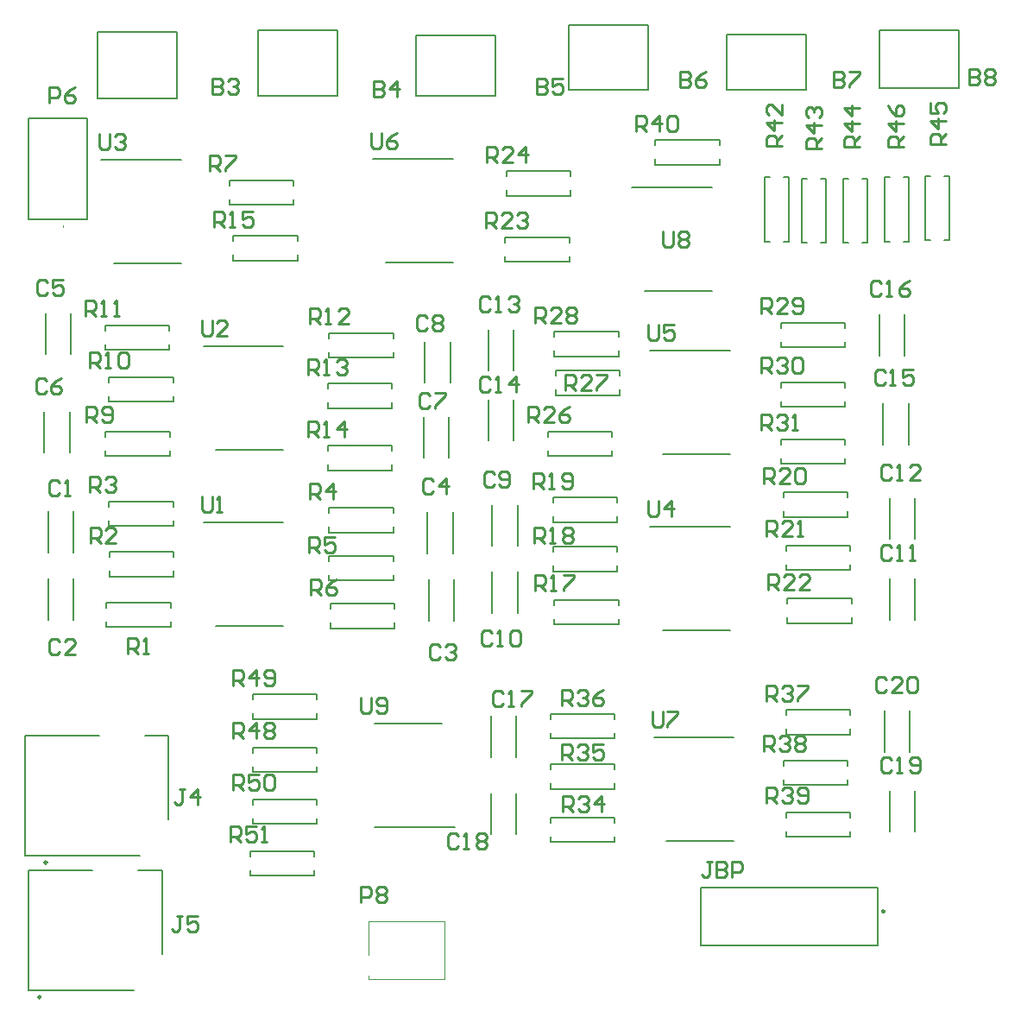
<source format=gbr>
G04*
G04 #@! TF.GenerationSoftware,Altium Limited,Altium Designer,23.8.1 (32)*
G04*
G04 Layer_Color=65535*
%FSLAX44Y44*%
%MOMM*%
G71*
G04*
G04 #@! TF.SameCoordinates,791A3C29-9ABF-4AEA-8B0B-0D467164B87E*
G04*
G04*
G04 #@! TF.FilePolarity,Positive*
G04*
G01*
G75*
%ADD10C,0.2500*%
%ADD11C,0.2000*%
%ADD12C,0.1000*%
%ADD13C,0.2540*%
D10*
X850651Y88131D02*
G03*
X850651Y88131I-1250J0D01*
G01*
X22706Y3918D02*
G03*
X22706Y3918I-1250J0D01*
G01*
X29056Y135998D02*
G03*
X29056Y135998I-1250J0D01*
G01*
D11*
X44951Y758841D02*
G03*
X44951Y759841I0J500D01*
G01*
D02*
G03*
X44951Y758841I0J-500D01*
G01*
D02*
G03*
X44951Y759841I0J500D01*
G01*
X525261Y421571D02*
X588261D01*
X525261Y445571D02*
X588261D01*
X525261Y440311D02*
Y445571D01*
X588261Y421571D02*
Y426831D01*
X525261Y421571D02*
Y426831D01*
X588261Y440311D02*
Y445571D01*
X602851Y798061D02*
X681201D01*
X615201Y696461D02*
X681201D01*
X526531Y656391D02*
X589531D01*
X526531Y632391D02*
X589531D01*
Y637651D01*
X526531Y651131D02*
Y656391D01*
X589531Y651131D02*
Y656391D01*
X526531Y632391D02*
Y637651D01*
X527801Y594291D02*
X590801D01*
X527801Y618291D02*
X590801D01*
X527801Y613031D02*
Y618291D01*
X590801Y594291D02*
Y599551D01*
X527801Y594291D02*
Y599551D01*
X590801Y613031D02*
Y618291D01*
X844151Y54131D02*
Y111631D01*
X670151D02*
X844151D01*
X670151Y54131D02*
Y111631D01*
Y54131D02*
X844151D01*
X118698Y127882D02*
X141979D01*
Y46240D02*
Y127882D01*
X10788Y10280D02*
Y127882D01*
Y10280D02*
X113841D01*
X10788Y127882D02*
X73841D01*
X522721Y257741D02*
Y263001D01*
X585721Y276481D02*
Y281741D01*
X522721Y276481D02*
Y281741D01*
X585721Y257741D02*
Y263001D01*
X522721Y257741D02*
X585721D01*
X522721Y281741D02*
X585721D01*
Y174881D02*
Y180141D01*
X522721Y156141D02*
Y161401D01*
X585721Y156141D02*
Y161401D01*
X522721Y174881D02*
Y180141D01*
X585721D01*
X522721Y156141D02*
X585721D01*
X489251Y163581D02*
Y203581D01*
X464251Y163581D02*
Y203581D01*
X875331Y244461D02*
Y284461D01*
X850331Y244461D02*
Y284461D01*
X880411Y166121D02*
Y206121D01*
X855411Y166121D02*
Y206121D01*
X753861Y285551D02*
X816861D01*
X753861Y261551D02*
X816861D01*
Y266811D01*
X753861Y280291D02*
Y285551D01*
X816861Y280291D02*
Y285551D01*
X753861Y261551D02*
Y266811D01*
X585721Y226951D02*
Y232211D01*
X522721Y208211D02*
Y213471D01*
X585721Y208211D02*
Y213471D01*
X522721Y226951D02*
Y232211D01*
X585721D01*
X522721Y208211D02*
X585721D01*
X624441Y258311D02*
X702791D01*
X636791Y156711D02*
X702791D01*
X751321Y236021D02*
X814321D01*
X751321Y212021D02*
X814321D01*
Y217281D01*
X751321Y230761D02*
Y236021D01*
X814321Y230761D02*
Y236021D01*
X751321Y212021D02*
Y217281D01*
X753861Y161221D02*
X816861D01*
X753861Y185221D02*
X816861D01*
X753861Y179961D02*
Y185221D01*
X816861Y161221D02*
Y166481D01*
X753861Y161221D02*
Y166481D01*
X816861Y179961D02*
Y185221D01*
X489251Y239381D02*
Y279381D01*
X464251Y239381D02*
Y279381D01*
X890201Y809241D02*
X895461D01*
X908941Y746241D02*
X914201D01*
X908941Y809241D02*
X914201D01*
X890201Y746241D02*
X895461D01*
X890201D02*
Y809241D01*
X914201Y746241D02*
Y809241D01*
X834191Y743701D02*
Y806701D01*
X810191Y743701D02*
Y806701D01*
Y743701D02*
X815451D01*
X828931Y806701D02*
X834191D01*
X828931Y743701D02*
X834191D01*
X810191Y806701D02*
X815451D01*
X793551Y743701D02*
Y806701D01*
X769551Y743701D02*
Y806701D01*
Y743701D02*
X774811D01*
X788291Y806701D02*
X793551D01*
X788291Y743701D02*
X793551D01*
X769551Y806701D02*
X774811D01*
X874831Y744971D02*
Y807971D01*
X850831Y744971D02*
Y807971D01*
Y744971D02*
X856091D01*
X869571Y807971D02*
X874831D01*
X869571Y744971D02*
X874831D01*
X850831Y807971D02*
X856091D01*
X845291Y895081D02*
Y951731D01*
X923331D01*
Y895081D02*
Y951731D01*
X845291Y895081D02*
X923331D01*
X756721Y744971D02*
Y807971D01*
X732721Y744971D02*
Y807971D01*
Y744971D02*
X737981D01*
X751461Y807971D02*
X756721D01*
X751461Y744971D02*
X756721D01*
X732721Y807971D02*
X737981D01*
X748781Y606861D02*
X811781D01*
X748781Y582861D02*
X811781D01*
Y588121D01*
X748781Y601601D02*
Y606861D01*
X811781Y601601D02*
Y606861D01*
X748781Y582861D02*
Y588121D01*
X520181Y534601D02*
X583181D01*
X520181Y558601D02*
X583181D01*
X520181Y553341D02*
Y558601D01*
X583181Y534601D02*
Y539861D01*
X520181Y534601D02*
Y539861D01*
X583181Y553341D02*
Y558601D01*
X880411Y374001D02*
Y414001D01*
X855411Y374001D02*
Y414001D01*
X880411Y453141D02*
Y493141D01*
X855411Y453141D02*
Y493141D01*
X620631Y465321D02*
X698981D01*
X632981Y363721D02*
X698981D01*
X7740Y259962D02*
X80191D01*
X7740Y142360D02*
X120191D01*
X7740D02*
Y259962D01*
X148329Y178320D02*
Y259962D01*
X125048D02*
X148329D01*
X305551Y483671D02*
X368551D01*
X305551Y459671D02*
X368551D01*
Y464931D01*
X305551Y478411D02*
Y483671D01*
X368551Y478411D02*
Y483671D01*
X305551Y459671D02*
Y464931D01*
X78211Y884921D02*
Y950461D01*
X156251D01*
Y884921D02*
Y950461D01*
X78211Y884921D02*
X156251D01*
X235691Y887461D02*
X313731D01*
Y951731D01*
X235691D02*
X313731D01*
X235691Y887461D02*
Y951731D01*
X54911Y440041D02*
Y480041D01*
X29911Y440041D02*
Y480041D01*
X54911Y374001D02*
Y414001D01*
X29911Y374001D02*
Y414001D01*
X403291Y373131D02*
Y413131D01*
X428291Y373131D02*
Y413131D01*
X402021Y439171D02*
Y479171D01*
X427021Y439171D02*
Y479171D01*
X52371Y634351D02*
Y674351D01*
X27371Y634351D02*
Y674351D01*
X51101Y537831D02*
Y577831D01*
X26101Y537831D02*
Y577831D01*
X423211Y532751D02*
Y572751D01*
X398211Y532751D02*
Y572751D01*
X424481Y606411D02*
Y646411D01*
X399481Y606411D02*
Y646411D01*
X490521Y446391D02*
Y486391D01*
X465521Y446391D02*
Y486391D01*
X490521Y380751D02*
Y420751D01*
X465521Y380751D02*
Y420751D01*
X486711Y618241D02*
Y658241D01*
X461711Y618241D02*
Y658241D01*
Y549661D02*
Y589661D01*
X486711Y549661D02*
Y589661D01*
X849061Y545851D02*
Y585851D01*
X874061Y545851D02*
Y585851D01*
X845251Y633081D02*
Y673081D01*
X870251Y633081D02*
Y673081D01*
X10951Y766341D02*
X68451D01*
X10951D02*
Y865341D01*
X68451D01*
Y766341D02*
Y865341D01*
X150111Y385701D02*
Y390961D01*
X87111Y366961D02*
Y372221D01*
X150111Y366961D02*
Y372221D01*
X87111Y385701D02*
Y390961D01*
X150111D01*
X87111Y366961D02*
X150111D01*
X153201Y435231D02*
Y440491D01*
X90201Y416491D02*
Y421751D01*
X153201Y416491D02*
Y421751D01*
X90201Y435231D02*
Y440491D01*
X153201D01*
X90201Y416491D02*
X153201D01*
X89651Y466021D02*
Y471281D01*
X152651Y484761D02*
Y490021D01*
X89651Y484761D02*
Y490021D01*
X152651Y466021D02*
Y471281D01*
X89651Y466021D02*
X152651D01*
X89651Y490021D02*
X152651D01*
X305551Y412681D02*
Y417941D01*
X368551Y431421D02*
Y436681D01*
X305551Y431421D02*
Y436681D01*
X368551Y412681D02*
Y417941D01*
X305551Y412681D02*
X368551D01*
X305551Y436681D02*
X368551D01*
X306821Y365691D02*
Y370951D01*
X369821Y384431D02*
Y389691D01*
X306821Y384431D02*
Y389691D01*
X369821Y365691D02*
Y370951D01*
X306821Y365691D02*
X369821D01*
X306821Y389691D02*
X369821D01*
X270761Y799721D02*
Y804981D01*
X207761Y780981D02*
Y786241D01*
X270761Y780981D02*
Y786241D01*
X207761Y799721D02*
Y804981D01*
X270761D01*
X207761Y780981D02*
X270761D01*
X149561Y553341D02*
Y558601D01*
X86561Y534601D02*
Y539861D01*
X149561Y534601D02*
Y539861D01*
X86561Y553341D02*
Y558601D01*
X149561D01*
X86561Y534601D02*
X149561D01*
X152651Y606681D02*
Y611941D01*
X89651Y587941D02*
Y593201D01*
X152651Y587941D02*
Y593201D01*
X89651Y606681D02*
Y611941D01*
X152651D01*
X89651Y587941D02*
X152651D01*
X85841Y638741D02*
Y644001D01*
X148841Y657481D02*
Y662741D01*
X85841Y657481D02*
Y662741D01*
X148841Y638741D02*
Y644001D01*
X85841Y638741D02*
X148841D01*
X85841Y662741D02*
X148841D01*
X305551Y631121D02*
Y636381D01*
X368551Y649861D02*
Y655121D01*
X305551Y649861D02*
Y655121D01*
X368551Y631121D02*
Y636381D01*
X305551Y631121D02*
X368551D01*
X305551Y655121D02*
X368551D01*
X304281Y581591D02*
Y586851D01*
X367281Y600331D02*
Y605591D01*
X304281Y600331D02*
Y605591D01*
X367281Y581591D02*
Y586851D01*
X304281Y581591D02*
X367281D01*
X304281Y605591D02*
X367281D01*
X304281Y520631D02*
Y525891D01*
X367281Y539371D02*
Y544631D01*
X304281Y539371D02*
Y544631D01*
X367281Y520631D02*
Y525891D01*
X304281Y520631D02*
X367281D01*
X304281Y544631D02*
X367281D01*
X274571Y745111D02*
Y750371D01*
X211571Y726371D02*
Y731631D01*
X274571Y726371D02*
Y731631D01*
X211571Y745111D02*
Y750371D01*
X274571D01*
X211571Y726371D02*
X274571D01*
X589531Y388241D02*
Y393501D01*
X526531Y369501D02*
Y374761D01*
X589531Y369501D02*
Y374761D01*
X526531Y388241D02*
Y393501D01*
X589531D01*
X526531Y369501D02*
X589531D01*
X525261Y469831D02*
Y475091D01*
X588261Y488571D02*
Y493831D01*
X525261Y488571D02*
Y493831D01*
X588261Y469831D02*
Y475091D01*
X525261Y469831D02*
X588261D01*
X525261Y493831D02*
X588261D01*
X751321Y474911D02*
Y480171D01*
X814321Y493651D02*
Y498911D01*
X751321Y493651D02*
Y498911D01*
X814321Y474911D02*
Y480171D01*
X751321Y474911D02*
X814321D01*
X751321Y498911D02*
X814321D01*
X753861Y422841D02*
Y428101D01*
X816861Y441581D02*
Y446841D01*
X753861Y441581D02*
Y446841D01*
X816861Y422841D02*
Y428101D01*
X753861Y422841D02*
X816861D01*
X753861Y446841D02*
X816861D01*
X818131Y389511D02*
Y394771D01*
X755131Y370771D02*
Y376031D01*
X818131Y370771D02*
Y376031D01*
X755131Y389511D02*
Y394771D01*
X818131D01*
X755131Y370771D02*
X818131D01*
X748781Y641281D02*
Y646541D01*
X811781Y660021D02*
Y665281D01*
X748781Y660021D02*
Y665281D01*
X811781Y641281D02*
Y646541D01*
X748781Y641281D02*
X811781D01*
X748781Y665281D02*
X811781D01*
Y545721D02*
Y550981D01*
X748781Y526981D02*
Y532241D01*
X811781Y526981D02*
Y532241D01*
X748781Y545721D02*
Y550981D01*
X811781D01*
X748781Y526981D02*
X811781D01*
X230621Y248721D02*
X293621D01*
X230621Y224721D02*
X293621D01*
Y229981D01*
X230621Y243461D02*
Y248721D01*
X293621Y243461D02*
Y248721D01*
X230621Y224721D02*
Y229981D01*
Y276791D02*
X293621D01*
X230621Y300791D02*
X293621D01*
X230621Y295531D02*
Y300791D01*
X293621Y276791D02*
Y282051D01*
X230621Y276791D02*
Y282051D01*
X293621Y295531D02*
Y300791D01*
X230621Y197921D02*
X293621D01*
X230621Y173921D02*
X293621D01*
Y179181D01*
X230621Y192661D02*
Y197921D01*
X293621Y192661D02*
Y197921D01*
X230621Y173921D02*
Y179181D01*
X228081Y147121D02*
X291081D01*
X228081Y123121D02*
X291081D01*
Y128381D01*
X228081Y141861D02*
Y147121D01*
X291081Y141861D02*
Y147121D01*
X228081Y123121D02*
Y128381D01*
X194831Y367531D02*
X260831D01*
X182481Y469131D02*
X260831D01*
X194831Y540251D02*
X260831D01*
X182481Y641851D02*
X260831D01*
X94501Y723131D02*
X160501D01*
X82151Y824731D02*
X160501D01*
X632981Y536441D02*
X698981D01*
X620631Y638041D02*
X698981D01*
X350711Y170681D02*
X429061D01*
X350711Y272281D02*
X416711D01*
X390631Y887561D02*
Y946751D01*
X468671D01*
Y887561D02*
Y946751D01*
X390631Y887561D02*
X468671D01*
X540491Y893911D02*
X618531D01*
Y956911D01*
X540491D02*
X618531D01*
X540491Y893911D02*
Y956911D01*
X695431Y893911D02*
Y948021D01*
X773471D01*
Y893911D02*
Y948021D01*
X695431Y893911D02*
X773471D01*
X478271Y725101D02*
X541271D01*
X478271Y749101D02*
X541271D01*
X478271Y743841D02*
Y749101D01*
X541271Y725101D02*
Y730361D01*
X478271Y725101D02*
Y730361D01*
X541271Y743841D02*
Y749101D01*
X479541Y789871D02*
X542541D01*
X479541Y813871D02*
X542541D01*
X479541Y808611D02*
Y813871D01*
X542541Y789871D02*
Y795131D01*
X479541Y789871D02*
Y795131D01*
X542541Y808611D02*
Y813871D01*
X688591Y839091D02*
Y844351D01*
X625591Y820351D02*
Y825611D01*
X688591Y820351D02*
Y825611D01*
X625591Y839091D02*
Y844351D01*
X688591D01*
X625591Y820351D02*
X688591D01*
X348851Y826001D02*
X427201D01*
X361201Y724401D02*
X427201D01*
D12*
X344701Y21111D02*
Y25111D01*
Y21111D02*
Y25111D01*
Y21111D02*
X418701D01*
X344701D02*
X418701D01*
Y78611D01*
Y21111D02*
Y78611D01*
X344701D02*
X418701D01*
X344701D02*
X418701D01*
X344701Y45111D02*
Y78611D01*
Y45111D02*
Y78611D01*
D13*
X507237Y448813D02*
Y464049D01*
X514855D01*
X517394Y461509D01*
Y456431D01*
X514855Y453892D01*
X507237D01*
X512315D02*
X517394Y448813D01*
X522472D02*
X527551D01*
X525011D01*
Y464049D01*
X522472Y461509D01*
X535168D02*
X537707Y464049D01*
X542786D01*
X545325Y461509D01*
Y458970D01*
X542786Y456431D01*
X545325Y453892D01*
Y451353D01*
X542786Y448813D01*
X537707D01*
X535168Y451353D01*
Y453892D01*
X537707Y456431D01*
X535168Y458970D01*
Y461509D01*
X537707Y456431D02*
X542786D01*
X632965Y754878D02*
Y742183D01*
X635504Y739643D01*
X640583D01*
X643122Y742183D01*
Y754878D01*
X648200Y752339D02*
X650739Y754878D01*
X655818D01*
X658357Y752339D01*
Y749800D01*
X655818Y747261D01*
X658357Y744722D01*
Y742183D01*
X655818Y739643D01*
X650739D01*
X648200Y742183D01*
Y744722D01*
X650739Y747261D01*
X648200Y749800D01*
Y752339D01*
X650739Y747261D02*
X655818D01*
X507485Y665219D02*
Y680454D01*
X515103D01*
X517642Y677915D01*
Y672837D01*
X515103Y670297D01*
X507485D01*
X512563D02*
X517642Y665219D01*
X532877D02*
X522720D01*
X532877Y675376D01*
Y677915D01*
X530337Y680454D01*
X525259D01*
X522720Y677915D01*
X537955D02*
X540494Y680454D01*
X545573D01*
X548112Y677915D01*
Y675376D01*
X545573Y672837D01*
X548112Y670297D01*
Y667758D01*
X545573Y665219D01*
X540494D01*
X537955Y667758D01*
Y670297D01*
X540494Y672837D01*
X537955Y675376D01*
Y677915D01*
X540494Y672837D02*
X545573D01*
X537718Y598673D02*
Y613909D01*
X545335D01*
X547874Y611369D01*
Y606291D01*
X545335Y603752D01*
X537718D01*
X542796D02*
X547874Y598673D01*
X563109D02*
X552953D01*
X563109Y608830D01*
Y611369D01*
X560570Y613909D01*
X555492D01*
X552953Y611369D01*
X568188Y613909D02*
X578344D01*
Y611369D01*
X568188Y601213D01*
Y598673D01*
X680964Y136386D02*
X675885D01*
X678425D01*
Y123690D01*
X675885Y121151D01*
X673346D01*
X670807Y123690D01*
X686042Y136386D02*
Y121151D01*
X693660D01*
X696199Y123690D01*
Y126229D01*
X693660Y128769D01*
X686042D01*
X693660D01*
X696199Y131308D01*
Y133847D01*
X693660Y136386D01*
X686042D01*
X701277Y121151D02*
Y136386D01*
X708895D01*
X711434Y133847D01*
Y128769D01*
X708895Y126229D01*
X701277D01*
X161792Y83048D02*
X156713D01*
X159253D01*
Y70353D01*
X156713Y67813D01*
X154174D01*
X151635Y70353D01*
X177027Y83048D02*
X166870D01*
Y75431D01*
X171949Y77970D01*
X174488D01*
X177027Y75431D01*
Y70353D01*
X174488Y67813D01*
X169409D01*
X166870Y70353D01*
X533908Y290063D02*
Y305299D01*
X541525D01*
X544064Y302759D01*
Y297681D01*
X541525Y295142D01*
X533908D01*
X538986D02*
X544064Y290063D01*
X549143Y302759D02*
X551682Y305299D01*
X556760D01*
X559299Y302759D01*
Y300220D01*
X556760Y297681D01*
X554221D01*
X556760D01*
X559299Y295142D01*
Y292603D01*
X556760Y290063D01*
X551682D01*
X549143Y292603D01*
X574534Y305299D02*
X569456Y302759D01*
X564378Y297681D01*
Y292603D01*
X566917Y290063D01*
X571995D01*
X574534Y292603D01*
Y295142D01*
X571995Y297681D01*
X564378D01*
X535177Y185923D02*
Y201159D01*
X542795D01*
X545334Y198619D01*
Y193541D01*
X542795Y191002D01*
X535177D01*
X540256D02*
X545334Y185923D01*
X550413Y198619D02*
X552952Y201159D01*
X558030D01*
X560569Y198619D01*
Y196080D01*
X558030Y193541D01*
X555491D01*
X558030D01*
X560569Y191002D01*
Y188463D01*
X558030Y185923D01*
X552952D01*
X550413Y188463D01*
X573265Y185923D02*
Y201159D01*
X565648Y193541D01*
X575804D01*
X432304Y161789D02*
X429765Y164328D01*
X424686D01*
X422147Y161789D01*
Y151633D01*
X424686Y149093D01*
X429765D01*
X432304Y151633D01*
X437382Y149093D02*
X442461D01*
X439921D01*
Y164328D01*
X437382Y161789D01*
X450078D02*
X452617Y164328D01*
X457696D01*
X460235Y161789D01*
Y159250D01*
X457696Y156711D01*
X460235Y154172D01*
Y151633D01*
X457696Y149093D01*
X452617D01*
X450078Y151633D01*
Y154172D01*
X452617Y156711D01*
X450078Y159250D01*
Y161789D01*
X452617Y156711D02*
X457696D01*
X852414Y315203D02*
X849874Y317742D01*
X844796D01*
X842257Y315203D01*
Y305046D01*
X844796Y302507D01*
X849874D01*
X852414Y305046D01*
X867649Y302507D02*
X857492D01*
X867649Y312664D01*
Y315203D01*
X865109Y317742D01*
X860031D01*
X857492Y315203D01*
X872727D02*
X875266Y317742D01*
X880345D01*
X882884Y315203D01*
Y305046D01*
X880345Y302507D01*
X875266D01*
X872727Y305046D01*
Y315203D01*
X857494Y236971D02*
X854955Y239510D01*
X849876D01*
X847337Y236971D01*
Y226814D01*
X849876Y224275D01*
X854955D01*
X857494Y226814D01*
X862572Y224275D02*
X867650D01*
X865111D01*
Y239510D01*
X862572Y236971D01*
X875268Y226814D02*
X877807Y224275D01*
X882885D01*
X885425Y226814D01*
Y236971D01*
X882885Y239510D01*
X877807D01*
X875268Y236971D01*
Y234432D01*
X877807Y231893D01*
X885425D01*
X734815Y294379D02*
Y309614D01*
X742432D01*
X744972Y307075D01*
Y301996D01*
X742432Y299457D01*
X734815D01*
X739893D02*
X744972Y294379D01*
X750050Y307075D02*
X752589Y309614D01*
X757667D01*
X760207Y307075D01*
Y304536D01*
X757667Y301996D01*
X755128D01*
X757667D01*
X760207Y299457D01*
Y296918D01*
X757667Y294379D01*
X752589D01*
X750050Y296918D01*
X765285Y309614D02*
X775442D01*
Y307075D01*
X765285Y296918D01*
Y294379D01*
X533908Y236723D02*
Y251959D01*
X541525D01*
X544064Y249419D01*
Y244341D01*
X541525Y241802D01*
X533908D01*
X538986D02*
X544064Y236723D01*
X549143Y249419D02*
X551682Y251959D01*
X556760D01*
X559299Y249419D01*
Y246880D01*
X556760Y244341D01*
X554221D01*
X556760D01*
X559299Y241802D01*
Y239263D01*
X556760Y236723D01*
X551682D01*
X549143Y239263D01*
X574534Y251959D02*
X564378D01*
Y244341D01*
X569456Y246880D01*
X571995D01*
X574534Y244341D01*
Y239263D01*
X571995Y236723D01*
X566917D01*
X564378Y239263D01*
X622547Y283960D02*
Y271264D01*
X625086Y268725D01*
X630164D01*
X632704Y271264D01*
Y283960D01*
X637782D02*
X647939D01*
Y281421D01*
X637782Y271264D01*
Y268725D01*
X732275Y244849D02*
Y260084D01*
X739893D01*
X742432Y257545D01*
Y252467D01*
X739893Y249927D01*
X732275D01*
X737353D02*
X742432Y244849D01*
X747510Y257545D02*
X750049Y260084D01*
X755127D01*
X757667Y257545D01*
Y255006D01*
X755127Y252467D01*
X752588D01*
X755127D01*
X757667Y249927D01*
Y247388D01*
X755127Y244849D01*
X750049D01*
X747510Y247388D01*
X762745Y257545D02*
X765284Y260084D01*
X770363D01*
X772902Y257545D01*
Y255006D01*
X770363Y252467D01*
X772902Y249927D01*
Y247388D01*
X770363Y244849D01*
X765284D01*
X762745Y247388D01*
Y249927D01*
X765284Y252467D01*
X762745Y255006D01*
Y257545D01*
X765284Y252467D02*
X770363D01*
X734815Y194049D02*
Y209284D01*
X742432D01*
X744972Y206745D01*
Y201667D01*
X742432Y199127D01*
X734815D01*
X739893D02*
X744972Y194049D01*
X750050Y206745D02*
X752589Y209284D01*
X757667D01*
X760207Y206745D01*
Y204206D01*
X757667Y201667D01*
X755128D01*
X757667D01*
X760207Y199127D01*
Y196588D01*
X757667Y194049D01*
X752589D01*
X750050Y196588D01*
X765285D02*
X767824Y194049D01*
X772903D01*
X775442Y196588D01*
Y206745D01*
X772903Y209284D01*
X767824D01*
X765285Y206745D01*
Y204206D01*
X767824Y201667D01*
X775442D01*
X476754Y301489D02*
X474215Y304028D01*
X469136D01*
X466597Y301489D01*
Y291333D01*
X469136Y288793D01*
X474215D01*
X476754Y291333D01*
X481832Y288793D02*
X486911D01*
X484371D01*
Y304028D01*
X481832Y301489D01*
X494528Y304028D02*
X504685D01*
Y301489D01*
X494528Y291333D01*
Y288793D01*
X911088Y839977D02*
X895853D01*
Y847595D01*
X898393Y850134D01*
X903471D01*
X906010Y847595D01*
Y839977D01*
Y845056D02*
X911088Y850134D01*
Y862830D02*
X895853D01*
X903471Y855213D01*
Y865369D01*
X895853Y880604D02*
Y870448D01*
X903471D01*
X900932Y875526D01*
Y878065D01*
X903471Y880604D01*
X908549D01*
X911088Y878065D01*
Y872987D01*
X908549Y870448D01*
X825998Y837438D02*
X810763D01*
Y845055D01*
X813303Y847594D01*
X818381D01*
X820920Y845055D01*
Y837438D01*
Y842516D02*
X825998Y847594D01*
Y860290D02*
X810763D01*
X818381Y852673D01*
Y862829D01*
X825998Y875525D02*
X810763D01*
X818381Y867908D01*
Y878064D01*
X789168Y836168D02*
X773933D01*
Y843785D01*
X776473Y846324D01*
X781551D01*
X784090Y843785D01*
Y836168D01*
Y841246D02*
X789168Y846324D01*
Y859020D02*
X773933D01*
X781551Y851403D01*
Y861559D01*
X776473Y866638D02*
X773933Y869177D01*
Y874255D01*
X776473Y876794D01*
X779012D01*
X781551Y874255D01*
Y871716D01*
Y874255D01*
X784090Y876794D01*
X786629D01*
X789168Y874255D01*
Y869177D01*
X786629Y866638D01*
X869178Y837438D02*
X853943D01*
Y845055D01*
X856483Y847594D01*
X861561D01*
X864100Y845055D01*
Y837438D01*
Y842516D02*
X869178Y847594D01*
Y860290D02*
X853943D01*
X861561Y852673D01*
Y862829D01*
X853943Y878064D02*
X856483Y872986D01*
X861561Y867908D01*
X866639D01*
X869178Y870447D01*
Y875525D01*
X866639Y878064D01*
X864100D01*
X861561Y875525D01*
Y867908D01*
X933955Y913628D02*
Y898393D01*
X941573D01*
X944112Y900933D01*
Y903472D01*
X941573Y906011D01*
X933955D01*
X941573D01*
X944112Y908550D01*
Y911089D01*
X941573Y913628D01*
X933955D01*
X949190Y911089D02*
X951729Y913628D01*
X956808D01*
X959347Y911089D01*
Y908550D01*
X956808Y906011D01*
X959347Y903472D01*
Y900933D01*
X956808Y898393D01*
X951729D01*
X949190Y900933D01*
Y903472D01*
X951729Y906011D01*
X949190Y908550D01*
Y911089D01*
X951729Y906011D02*
X956808D01*
X749798Y838708D02*
X734563D01*
Y846325D01*
X737103Y848864D01*
X742181D01*
X744720Y846325D01*
Y838708D01*
Y843786D02*
X749798Y848864D01*
Y861560D02*
X734563D01*
X742181Y853943D01*
Y864099D01*
X749798Y879334D02*
Y869178D01*
X739642Y879334D01*
X737103D01*
X734563Y876795D01*
Y871717D01*
X737103Y869178D01*
X729735Y615689D02*
Y630924D01*
X737353D01*
X739892Y628385D01*
Y623307D01*
X737353Y620767D01*
X729735D01*
X734813D02*
X739892Y615689D01*
X744970Y628385D02*
X747509Y630924D01*
X752588D01*
X755127Y628385D01*
Y625846D01*
X752588Y623307D01*
X750048D01*
X752588D01*
X755127Y620767D01*
Y618228D01*
X752588Y615689D01*
X747509D01*
X744970Y618228D01*
X760205Y628385D02*
X762744Y630924D01*
X767823D01*
X770362Y628385D01*
Y618228D01*
X767823Y615689D01*
X762744D01*
X760205Y618228D01*
Y628385D01*
X501135Y567429D02*
Y582664D01*
X508753D01*
X511292Y580125D01*
Y575047D01*
X508753Y572507D01*
X501135D01*
X506213D02*
X511292Y567429D01*
X526527D02*
X516370D01*
X526527Y577586D01*
Y580125D01*
X523988Y582664D01*
X518909D01*
X516370Y580125D01*
X541762Y582664D02*
X536683Y580125D01*
X531605Y575047D01*
Y569968D01*
X534144Y567429D01*
X539223D01*
X541762Y569968D01*
Y572507D01*
X539223Y575047D01*
X531605D01*
X857494Y444743D02*
X854955Y447282D01*
X849876D01*
X847337Y444743D01*
Y434586D01*
X849876Y432047D01*
X854955D01*
X857494Y434586D01*
X862572Y432047D02*
X867650D01*
X865111D01*
Y447282D01*
X862572Y444743D01*
X875268Y432047D02*
X880346D01*
X877807D01*
Y447282D01*
X875268Y444743D01*
X857494Y523991D02*
X854955Y526530D01*
X849876D01*
X847337Y523991D01*
Y513834D01*
X849876Y511295D01*
X854955D01*
X857494Y513834D01*
X862572Y511295D02*
X867650D01*
X865111D01*
Y526530D01*
X862572Y523991D01*
X885425Y511295D02*
X875268D01*
X885425Y521452D01*
Y523991D01*
X882885Y526530D01*
X877807D01*
X875268Y523991D01*
X618737Y490970D02*
Y478274D01*
X621276Y475735D01*
X626354D01*
X628894Y478274D01*
Y490970D01*
X641590Y475735D02*
Y490970D01*
X633972Y483353D01*
X644129D01*
X164332Y207509D02*
X159253D01*
X161793D01*
Y194813D01*
X159253Y192273D01*
X156714D01*
X154175Y194813D01*
X177028Y192273D02*
Y207509D01*
X169410Y199891D01*
X179567D01*
X286505Y492499D02*
Y507734D01*
X294123D01*
X296662Y505195D01*
Y500117D01*
X294123Y497577D01*
X286505D01*
X291583D02*
X296662Y492499D01*
X309357D02*
Y507734D01*
X301740Y500117D01*
X311897D01*
X336797Y96767D02*
Y112002D01*
X344414D01*
X346954Y109463D01*
Y104384D01*
X344414Y101845D01*
X336797D01*
X352032Y109463D02*
X354571Y112002D01*
X359650D01*
X362189Y109463D01*
Y106924D01*
X359650Y104384D01*
X362189Y101845D01*
Y99306D01*
X359650Y96767D01*
X354571D01*
X352032Y99306D01*
Y101845D01*
X354571Y104384D01*
X352032Y106924D01*
Y109463D01*
X354571Y104384D02*
X359650D01*
X346957Y851650D02*
Y838954D01*
X349496Y836415D01*
X354575D01*
X357114Y838954D01*
Y851650D01*
X372349D02*
X367270Y849111D01*
X362192Y844033D01*
Y838954D01*
X364731Y836415D01*
X369809D01*
X372349Y838954D01*
Y841493D01*
X369809Y844033D01*
X362192D01*
X606545Y853179D02*
Y868414D01*
X614162D01*
X616702Y865875D01*
Y860797D01*
X614162Y858257D01*
X606545D01*
X611623D02*
X616702Y853179D01*
X629398D02*
Y868414D01*
X621780Y860797D01*
X631937D01*
X637015Y865875D02*
X639554Y868414D01*
X644633D01*
X647172Y865875D01*
Y855718D01*
X644633Y853179D01*
X639554D01*
X637015Y855718D01*
Y865875D01*
X460495Y822699D02*
Y837934D01*
X468112D01*
X470652Y835395D01*
Y830316D01*
X468112Y827777D01*
X460495D01*
X465573D02*
X470652Y822699D01*
X485887D02*
X475730D01*
X485887Y832856D01*
Y835395D01*
X483348Y837934D01*
X478269D01*
X475730Y835395D01*
X498583Y822699D02*
Y837934D01*
X490965Y830316D01*
X501122D01*
X459225Y757929D02*
Y773164D01*
X466842D01*
X469382Y770625D01*
Y765546D01*
X466842Y763007D01*
X459225D01*
X464303D02*
X469382Y757929D01*
X484617D02*
X474460D01*
X484617Y768086D01*
Y770625D01*
X482077Y773164D01*
X476999D01*
X474460Y770625D01*
X489695D02*
X492234Y773164D01*
X497313D01*
X499852Y770625D01*
Y768086D01*
X497313Y765546D01*
X494773D01*
X497313D01*
X499852Y763007D01*
Y760468D01*
X497313Y757929D01*
X492234D01*
X489695Y760468D01*
X800605Y911088D02*
Y895853D01*
X808223D01*
X810762Y898393D01*
Y900932D01*
X808223Y903471D01*
X800605D01*
X808223D01*
X810762Y906010D01*
Y908549D01*
X808223Y911088D01*
X800605D01*
X815840D02*
X825997D01*
Y908549D01*
X815840Y898393D01*
Y895853D01*
X650185Y911189D02*
Y895953D01*
X657803D01*
X660342Y898493D01*
Y901032D01*
X657803Y903571D01*
X650185D01*
X657803D01*
X660342Y906110D01*
Y908649D01*
X657803Y911189D01*
X650185D01*
X675577D02*
X670499Y908649D01*
X665420Y903571D01*
Y898493D01*
X667959Y895953D01*
X673038D01*
X675577Y898493D01*
Y901032D01*
X673038Y903571D01*
X665420D01*
X509775Y904838D02*
Y889603D01*
X517393D01*
X519932Y892143D01*
Y894682D01*
X517393Y897221D01*
X509775D01*
X517393D01*
X519932Y899760D01*
Y902299D01*
X517393Y904838D01*
X509775D01*
X535167D02*
X525010D01*
Y897221D01*
X530089Y899760D01*
X532628D01*
X535167Y897221D01*
Y892143D01*
X532628Y889603D01*
X527549D01*
X525010Y892143D01*
X336543Y297930D02*
Y285234D01*
X339082Y282695D01*
X344160D01*
X346700Y285234D01*
Y297930D01*
X351778Y285234D02*
X354317Y282695D01*
X359395D01*
X361935Y285234D01*
Y295391D01*
X359395Y297930D01*
X354317D01*
X351778Y295391D01*
Y292852D01*
X354317Y290312D01*
X361935D01*
X618737Y663690D02*
Y650994D01*
X621276Y648455D01*
X626354D01*
X628894Y650994D01*
Y663690D01*
X644129D02*
X633972D01*
Y656072D01*
X639050Y658612D01*
X641590D01*
X644129Y656072D01*
Y650994D01*
X641590Y648455D01*
X636511D01*
X633972Y650994D01*
X80257Y850380D02*
Y837684D01*
X82796Y835145D01*
X87874D01*
X90414Y837684D01*
Y850380D01*
X95492Y847841D02*
X98031Y850380D01*
X103110D01*
X105649Y847841D01*
Y845302D01*
X103110Y842763D01*
X100570D01*
X103110D01*
X105649Y840223D01*
Y837684D01*
X103110Y835145D01*
X98031D01*
X95492Y837684D01*
X180587Y667500D02*
Y654804D01*
X183126Y652265D01*
X188204D01*
X190744Y654804D01*
Y667500D01*
X205979Y652265D02*
X195822D01*
X205979Y662422D01*
Y664961D01*
X203440Y667500D01*
X198361D01*
X195822Y664961D01*
X180587Y494780D02*
Y482084D01*
X183126Y479545D01*
X188204D01*
X190744Y482084D01*
Y494780D01*
X195822Y479545D02*
X200900D01*
X198361D01*
Y494780D01*
X195822Y492241D01*
X209035Y155949D02*
Y171184D01*
X216653D01*
X219192Y168645D01*
Y163566D01*
X216653Y161027D01*
X209035D01*
X214113D02*
X219192Y155949D01*
X234427Y171184D02*
X224270D01*
Y163566D01*
X229348Y166106D01*
X231887D01*
X234427Y163566D01*
Y158488D01*
X231887Y155949D01*
X226809D01*
X224270Y158488D01*
X239505Y155949D02*
X244583D01*
X242044D01*
Y171184D01*
X239505Y168645D01*
X211575Y206749D02*
Y221984D01*
X219193D01*
X221732Y219445D01*
Y214366D01*
X219193Y211827D01*
X211575D01*
X216653D02*
X221732Y206749D01*
X236967Y221984D02*
X226810D01*
Y214366D01*
X231888Y216906D01*
X234428D01*
X236967Y214366D01*
Y209288D01*
X234428Y206749D01*
X229349D01*
X226810Y209288D01*
X242045Y219445D02*
X244584Y221984D01*
X249663D01*
X252202Y219445D01*
Y209288D01*
X249663Y206749D01*
X244584D01*
X242045Y209288D01*
Y219445D01*
X211575Y309619D02*
Y324854D01*
X219193D01*
X221732Y322315D01*
Y317236D01*
X219193Y314697D01*
X211575D01*
X216653D02*
X221732Y309619D01*
X234428D02*
Y324854D01*
X226810Y317236D01*
X236967D01*
X242045Y312158D02*
X244584Y309619D01*
X249663D01*
X252202Y312158D01*
Y322315D01*
X249663Y324854D01*
X244584D01*
X242045Y322315D01*
Y319776D01*
X244584Y317236D01*
X252202D01*
X211575Y257549D02*
Y272784D01*
X219193D01*
X221732Y270245D01*
Y265166D01*
X219193Y262627D01*
X211575D01*
X216653D02*
X221732Y257549D01*
X234428D02*
Y272784D01*
X226810Y265166D01*
X236967D01*
X242045Y270245D02*
X244584Y272784D01*
X249663D01*
X252202Y270245D01*
Y267706D01*
X249663Y265166D01*
X252202Y262627D01*
Y260088D01*
X249663Y257549D01*
X244584D01*
X242045Y260088D01*
Y262627D01*
X244584Y265166D01*
X242045Y267706D01*
Y270245D01*
X244584Y265166D02*
X249663D01*
X729735Y559809D02*
Y575044D01*
X737353D01*
X739892Y572505D01*
Y567426D01*
X737353Y564887D01*
X729735D01*
X734813D02*
X739892Y559809D01*
X744970Y572505D02*
X747509Y575044D01*
X752588D01*
X755127Y572505D01*
Y569966D01*
X752588Y567426D01*
X750048D01*
X752588D01*
X755127Y564887D01*
Y562348D01*
X752588Y559809D01*
X747509D01*
X744970Y562348D01*
X760205Y559809D02*
X765283D01*
X762744D01*
Y575044D01*
X760205Y572505D01*
X729735Y674109D02*
Y689344D01*
X737353D01*
X739892Y686805D01*
Y681727D01*
X737353Y679187D01*
X729735D01*
X734813D02*
X739892Y674109D01*
X755127D02*
X744970D01*
X755127Y684266D01*
Y686805D01*
X752588Y689344D01*
X747509D01*
X744970Y686805D01*
X760205Y676648D02*
X762744Y674109D01*
X767823D01*
X770362Y676648D01*
Y686805D01*
X767823Y689344D01*
X762744D01*
X760205Y686805D01*
Y684266D01*
X762744Y681727D01*
X770362D01*
X736085Y403599D02*
Y418834D01*
X743702D01*
X746242Y416295D01*
Y411217D01*
X743702Y408677D01*
X736085D01*
X741163D02*
X746242Y403599D01*
X761477D02*
X751320D01*
X761477Y413756D01*
Y416295D01*
X758938Y418834D01*
X753859D01*
X751320Y416295D01*
X776712Y403599D02*
X766555D01*
X776712Y413756D01*
Y416295D01*
X774173Y418834D01*
X769094D01*
X766555Y416295D01*
X734815Y455669D02*
Y470904D01*
X742432D01*
X744972Y468365D01*
Y463287D01*
X742432Y460747D01*
X734815D01*
X739893D02*
X744972Y455669D01*
X760207D02*
X750050D01*
X760207Y465826D01*
Y468365D01*
X757667Y470904D01*
X752589D01*
X750050Y468365D01*
X765285Y455669D02*
X770363D01*
X767824D01*
Y470904D01*
X765285Y468365D01*
X732275Y507739D02*
Y522974D01*
X739893D01*
X742432Y520435D01*
Y515356D01*
X739893Y512817D01*
X732275D01*
X737353D02*
X742432Y507739D01*
X757667D02*
X747510D01*
X757667Y517896D01*
Y520435D01*
X755127Y522974D01*
X750049D01*
X747510Y520435D01*
X762745D02*
X765284Y522974D01*
X770363D01*
X772902Y520435D01*
Y510278D01*
X770363Y507739D01*
X765284D01*
X762745Y510278D01*
Y520435D01*
X506215Y502659D02*
Y517894D01*
X513833D01*
X516372Y515355D01*
Y510276D01*
X513833Y507737D01*
X506215D01*
X511293D02*
X516372Y502659D01*
X521450D02*
X526528D01*
X523989D01*
Y517894D01*
X521450Y515355D01*
X534146Y505198D02*
X536685Y502659D01*
X541763D01*
X544303Y505198D01*
Y515355D01*
X541763Y517894D01*
X536685D01*
X534146Y515355D01*
Y512816D01*
X536685Y510276D01*
X544303D01*
X507485Y402329D02*
Y417564D01*
X515103D01*
X517642Y415025D01*
Y409947D01*
X515103Y407407D01*
X507485D01*
X512563D02*
X517642Y402329D01*
X522720D02*
X527798D01*
X525259D01*
Y417564D01*
X522720Y415025D01*
X535416Y417564D02*
X545573D01*
Y415025D01*
X535416Y404868D01*
Y402329D01*
X192525Y759199D02*
Y774434D01*
X200142D01*
X202682Y771895D01*
Y766816D01*
X200142Y764277D01*
X192525D01*
X197603D02*
X202682Y759199D01*
X207760D02*
X212838D01*
X210299D01*
Y774434D01*
X207760Y771895D01*
X230613Y774434D02*
X220456D01*
Y766816D01*
X225534Y769356D01*
X228073D01*
X230613Y766816D01*
Y761738D01*
X228073Y759199D01*
X222995D01*
X220456Y761738D01*
X285235Y553459D02*
Y568694D01*
X292852D01*
X295392Y566155D01*
Y561077D01*
X292852Y558537D01*
X285235D01*
X290313D02*
X295392Y553459D01*
X300470D02*
X305548D01*
X303009D01*
Y568694D01*
X300470Y566155D01*
X320783Y553459D02*
Y568694D01*
X313166Y561077D01*
X323323D01*
X285235Y614419D02*
Y629654D01*
X292852D01*
X295392Y627115D01*
Y622037D01*
X292852Y619497D01*
X285235D01*
X290313D02*
X295392Y614419D01*
X300470D02*
X305548D01*
X303009D01*
Y629654D01*
X300470Y627115D01*
X313166D02*
X315705Y629654D01*
X320783D01*
X323323Y627115D01*
Y624576D01*
X320783Y622037D01*
X318244D01*
X320783D01*
X323323Y619497D01*
Y616958D01*
X320783Y614419D01*
X315705D01*
X313166Y616958D01*
X286505Y663949D02*
Y679184D01*
X294123D01*
X296662Y676645D01*
Y671566D01*
X294123Y669027D01*
X286505D01*
X291583D02*
X296662Y663949D01*
X301740D02*
X306818D01*
X304279D01*
Y679184D01*
X301740Y676645D01*
X324593Y663949D02*
X314436D01*
X324593Y674106D01*
Y676645D01*
X322053Y679184D01*
X316975D01*
X314436Y676645D01*
X66795Y671569D02*
Y686804D01*
X74412D01*
X76952Y684265D01*
Y679186D01*
X74412Y676647D01*
X66795D01*
X71873D02*
X76952Y671569D01*
X82030D02*
X87108D01*
X84569D01*
Y686804D01*
X82030Y684265D01*
X94726Y671569D02*
X99804D01*
X97265D01*
Y686804D01*
X94726Y684265D01*
X70605Y620769D02*
Y636004D01*
X78222D01*
X80762Y633465D01*
Y628386D01*
X78222Y625847D01*
X70605D01*
X75683D02*
X80762Y620769D01*
X85840D02*
X90918D01*
X88379D01*
Y636004D01*
X85840Y633465D01*
X98536D02*
X101075Y636004D01*
X106153D01*
X108693Y633465D01*
Y623308D01*
X106153Y620769D01*
X101075D01*
X98536Y623308D01*
Y633465D01*
X67557Y567429D02*
Y582664D01*
X75174D01*
X77714Y580125D01*
Y575047D01*
X75174Y572507D01*
X67557D01*
X72635D02*
X77714Y567429D01*
X82792Y569968D02*
X85331Y567429D01*
X90409D01*
X92949Y569968D01*
Y580125D01*
X90409Y582664D01*
X85331D01*
X82792Y580125D01*
Y577586D01*
X85331Y575047D01*
X92949D01*
X188715Y813809D02*
Y829044D01*
X196332D01*
X198872Y826505D01*
Y821426D01*
X196332Y818887D01*
X188715D01*
X193793D02*
X198872Y813809D01*
X203950Y829044D02*
X214107D01*
Y826505D01*
X203950Y816348D01*
Y813809D01*
X287775Y398519D02*
Y413754D01*
X295392D01*
X297932Y411215D01*
Y406137D01*
X295392Y403597D01*
X287775D01*
X292853D02*
X297932Y398519D01*
X313167Y413754D02*
X308088Y411215D01*
X303010Y406137D01*
Y401058D01*
X305549Y398519D01*
X310627D01*
X313167Y401058D01*
Y403597D01*
X310627Y406137D01*
X303010D01*
X286255Y439923D02*
Y455159D01*
X293873D01*
X296412Y452619D01*
Y447541D01*
X293873Y445002D01*
X286255D01*
X291333D02*
X296412Y439923D01*
X311647Y455159D02*
X301490D01*
Y447541D01*
X306569Y450080D01*
X309108D01*
X311647Y447541D01*
Y442463D01*
X309108Y439923D01*
X304029D01*
X301490Y442463D01*
X70605Y498849D02*
Y514084D01*
X78222D01*
X80762Y511545D01*
Y506466D01*
X78222Y503927D01*
X70605D01*
X75683D02*
X80762Y498849D01*
X85840Y511545D02*
X88379Y514084D01*
X93457D01*
X95997Y511545D01*
Y509006D01*
X93457Y506466D01*
X90918D01*
X93457D01*
X95997Y503927D01*
Y501388D01*
X93457Y498849D01*
X88379D01*
X85840Y501388D01*
X71367Y449319D02*
Y464554D01*
X78984D01*
X81524Y462015D01*
Y456936D01*
X78984Y454397D01*
X71367D01*
X76445D02*
X81524Y449319D01*
X96759D02*
X86602D01*
X96759Y459476D01*
Y462015D01*
X94220Y464554D01*
X89141D01*
X86602Y462015D01*
X108454Y340863D02*
Y356099D01*
X116072D01*
X118611Y353559D01*
Y348481D01*
X116072Y345942D01*
X108454D01*
X113533D02*
X118611Y340863D01*
X123689D02*
X128768D01*
X126229D01*
Y356099D01*
X123689Y353559D01*
X30985Y881013D02*
Y896248D01*
X38603D01*
X41142Y893709D01*
Y888631D01*
X38603Y886092D01*
X30985D01*
X56377Y896248D02*
X51298Y893709D01*
X46220Y888631D01*
Y883553D01*
X48759Y881013D01*
X53838D01*
X56377Y883553D01*
Y886092D01*
X53838Y888631D01*
X46220D01*
X847334Y703823D02*
X844794Y706362D01*
X839716D01*
X837177Y703823D01*
Y693666D01*
X839716Y691127D01*
X844794D01*
X847334Y693666D01*
X852412Y691127D02*
X857490D01*
X854951D01*
Y706362D01*
X852412Y703823D01*
X875265Y706362D02*
X870186Y703823D01*
X865108Y698745D01*
Y693666D01*
X867647Y691127D01*
X872725D01*
X875265Y693666D01*
Y696205D01*
X872725Y698745D01*
X865108D01*
X851144Y616701D02*
X848605Y619240D01*
X843526D01*
X840987Y616701D01*
Y606544D01*
X843526Y604005D01*
X848605D01*
X851144Y606544D01*
X856222Y604005D02*
X861300D01*
X858761D01*
Y619240D01*
X856222Y616701D01*
X879075Y619240D02*
X868918D01*
Y611623D01*
X873996Y614162D01*
X876535D01*
X879075Y611623D01*
Y606544D01*
X876535Y604005D01*
X871457D01*
X868918Y606544D01*
X464054Y610099D02*
X461515Y612639D01*
X456436D01*
X453897Y610099D01*
Y599943D01*
X456436Y597403D01*
X461515D01*
X464054Y599943D01*
X469132Y597403D02*
X474211D01*
X471671D01*
Y612639D01*
X469132Y610099D01*
X489446Y597403D02*
Y612639D01*
X481828Y605021D01*
X491985D01*
X463794Y689091D02*
X461255Y691630D01*
X456176D01*
X453637Y689091D01*
Y678934D01*
X456176Y676395D01*
X461255D01*
X463794Y678934D01*
X468872Y676395D02*
X473950D01*
X471411D01*
Y691630D01*
X468872Y689091D01*
X481568D02*
X484107Y691630D01*
X489185D01*
X491725Y689091D01*
Y686552D01*
X489185Y684013D01*
X486646D01*
X489185D01*
X491725Y681473D01*
Y678934D01*
X489185Y676395D01*
X484107D01*
X481568Y678934D01*
X465324Y361179D02*
X462785Y363718D01*
X457706D01*
X455167Y361179D01*
Y351023D01*
X457706Y348483D01*
X462785D01*
X465324Y351023D01*
X470402Y348483D02*
X475480D01*
X472941D01*
Y363718D01*
X470402Y361179D01*
X483098D02*
X485637Y363718D01*
X490716D01*
X493255Y361179D01*
Y351023D01*
X490716Y348483D01*
X485637D01*
X483098Y351023D01*
Y361179D01*
X467604Y517133D02*
X465065Y519672D01*
X459986D01*
X457447Y517133D01*
Y506976D01*
X459986Y504437D01*
X465065D01*
X467604Y506976D01*
X472682D02*
X475221Y504437D01*
X480299D01*
X482839Y506976D01*
Y517133D01*
X480299Y519672D01*
X475221D01*
X472682Y517133D01*
Y514594D01*
X475221Y512054D01*
X482839D01*
X401822Y669789D02*
X399283Y672328D01*
X394204D01*
X391665Y669789D01*
Y659633D01*
X394204Y657093D01*
X399283D01*
X401822Y659633D01*
X406900Y669789D02*
X409439Y672328D01*
X414518D01*
X417057Y669789D01*
Y667250D01*
X414518Y664711D01*
X417057Y662172D01*
Y659633D01*
X414518Y657093D01*
X409439D01*
X406900Y659633D01*
Y662172D01*
X409439Y664711D01*
X406900Y667250D01*
Y669789D01*
X409439Y664711D02*
X414518D01*
X404362Y593589D02*
X401823Y596129D01*
X396744D01*
X394205Y593589D01*
Y583433D01*
X396744Y580893D01*
X401823D01*
X404362Y583433D01*
X409440Y596129D02*
X419597D01*
Y593589D01*
X409440Y583433D01*
Y580893D01*
X28184Y608573D02*
X25645Y611112D01*
X20566D01*
X18027Y608573D01*
Y598416D01*
X20566Y595877D01*
X25645D01*
X28184Y598416D01*
X43419Y611112D02*
X38340Y608573D01*
X33262Y603494D01*
Y598416D01*
X35801Y595877D01*
X40880D01*
X43419Y598416D01*
Y600955D01*
X40880Y603494D01*
X33262D01*
X29454Y705093D02*
X26915Y707632D01*
X21836D01*
X19297Y705093D01*
Y694936D01*
X21836Y692397D01*
X26915D01*
X29454Y694936D01*
X44689Y707632D02*
X34532D01*
Y700014D01*
X39610Y702554D01*
X42150D01*
X44689Y700014D01*
Y694936D01*
X42150Y692397D01*
X37071D01*
X34532Y694936D01*
X408172Y510169D02*
X405633Y512709D01*
X400554D01*
X398015Y510169D01*
Y500013D01*
X400554Y497473D01*
X405633D01*
X408172Y500013D01*
X420868Y497473D02*
Y512709D01*
X413250Y505091D01*
X423407D01*
X414522Y347609D02*
X411983Y350149D01*
X406904D01*
X404365Y347609D01*
Y337453D01*
X406904Y334913D01*
X411983D01*
X414522Y337453D01*
X419600Y347609D02*
X422139Y350149D01*
X427218D01*
X429757Y347609D01*
Y345070D01*
X427218Y342531D01*
X424678D01*
X427218D01*
X429757Y339992D01*
Y337453D01*
X427218Y334913D01*
X422139D01*
X419600Y337453D01*
X41142Y352289D02*
X38603Y354828D01*
X33524D01*
X30985Y352289D01*
Y342133D01*
X33524Y339593D01*
X38603D01*
X41142Y342133D01*
X56377Y339593D02*
X46220D01*
X56377Y349750D01*
Y352289D01*
X53838Y354828D01*
X48759D01*
X46220Y352289D01*
X41141Y508499D02*
X38602Y511039D01*
X33523D01*
X30984Y508499D01*
Y498343D01*
X33523Y495803D01*
X38602D01*
X41141Y498343D01*
X46219Y495803D02*
X51298D01*
X48759D01*
Y511039D01*
X46219Y508499D01*
X349755Y902098D02*
Y886863D01*
X357373D01*
X359912Y889403D01*
Y891942D01*
X357373Y894481D01*
X349755D01*
X357373D01*
X359912Y897020D01*
Y899559D01*
X357373Y902098D01*
X349755D01*
X372608Y886863D02*
Y902098D01*
X364990Y894481D01*
X375147D01*
X191005Y904738D02*
Y889503D01*
X198623D01*
X201162Y892043D01*
Y894582D01*
X198623Y897121D01*
X191005D01*
X198623D01*
X201162Y899660D01*
Y902199D01*
X198623Y904738D01*
X191005D01*
X206240Y902199D02*
X208779Y904738D01*
X213858D01*
X216397Y902199D01*
Y899660D01*
X213858Y897121D01*
X211318D01*
X213858D01*
X216397Y894582D01*
Y892043D01*
X213858Y889503D01*
X208779D01*
X206240Y892043D01*
M02*

</source>
